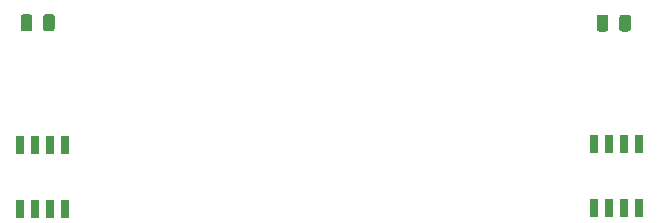
<source format=gbr>
%TF.GenerationSoftware,KiCad,Pcbnew,5.1.10-88a1d61d58~88~ubuntu20.04.1*%
%TF.CreationDate,2021-06-20T22:38:56+02:00*%
%TF.ProjectId,motor_driver_v1,6d6f746f-725f-4647-9269-7665725f7631,rev?*%
%TF.SameCoordinates,Original*%
%TF.FileFunction,Paste,Top*%
%TF.FilePolarity,Positive*%
%FSLAX46Y46*%
G04 Gerber Fmt 4.6, Leading zero omitted, Abs format (unit mm)*
G04 Created by KiCad (PCBNEW 5.1.10-88a1d61d58~88~ubuntu20.04.1) date 2021-06-20 22:38:56*
%MOMM*%
%LPD*%
G01*
G04 APERTURE LIST*
%ADD10R,0.650000X1.500000*%
G04 APERTURE END LIST*
D10*
%TO.C,IC3*%
X148345000Y-62050000D03*
X149615000Y-62050000D03*
X150885000Y-62050000D03*
X152155000Y-62050000D03*
X152155000Y-67450000D03*
X150885000Y-67450000D03*
X149615000Y-67450000D03*
X148345000Y-67450000D03*
%TD*%
%TO.C,C2*%
G36*
G01*
X149575000Y-51300000D02*
X149575000Y-52250000D01*
G75*
G02*
X149325000Y-52500000I-250000J0D01*
G01*
X148825000Y-52500000D01*
G75*
G02*
X148575000Y-52250000I0J250000D01*
G01*
X148575000Y-51300000D01*
G75*
G02*
X148825000Y-51050000I250000J0D01*
G01*
X149325000Y-51050000D01*
G75*
G02*
X149575000Y-51300000I0J-250000D01*
G01*
G37*
G36*
G01*
X151475000Y-51300000D02*
X151475000Y-52250000D01*
G75*
G02*
X151225000Y-52500000I-250000J0D01*
G01*
X150725000Y-52500000D01*
G75*
G02*
X150475000Y-52250000I0J250000D01*
G01*
X150475000Y-51300000D01*
G75*
G02*
X150725000Y-51050000I250000J0D01*
G01*
X151225000Y-51050000D01*
G75*
G02*
X151475000Y-51300000I0J-250000D01*
G01*
G37*
%TD*%
%TO.C,IC1*%
X99710000Y-62100000D03*
X100980000Y-62100000D03*
X102250000Y-62100000D03*
X103520000Y-62100000D03*
X103520000Y-67500000D03*
X102250000Y-67500000D03*
X100980000Y-67500000D03*
X99710000Y-67500000D03*
%TD*%
%TO.C,C1*%
G36*
G01*
X100800000Y-51275000D02*
X100800000Y-52225000D01*
G75*
G02*
X100550000Y-52475000I-250000J0D01*
G01*
X100050000Y-52475000D01*
G75*
G02*
X99800000Y-52225000I0J250000D01*
G01*
X99800000Y-51275000D01*
G75*
G02*
X100050000Y-51025000I250000J0D01*
G01*
X100550000Y-51025000D01*
G75*
G02*
X100800000Y-51275000I0J-250000D01*
G01*
G37*
G36*
G01*
X102700000Y-51275000D02*
X102700000Y-52225000D01*
G75*
G02*
X102450000Y-52475000I-250000J0D01*
G01*
X101950000Y-52475000D01*
G75*
G02*
X101700000Y-52225000I0J250000D01*
G01*
X101700000Y-51275000D01*
G75*
G02*
X101950000Y-51025000I250000J0D01*
G01*
X102450000Y-51025000D01*
G75*
G02*
X102700000Y-51275000I0J-250000D01*
G01*
G37*
%TD*%
M02*

</source>
